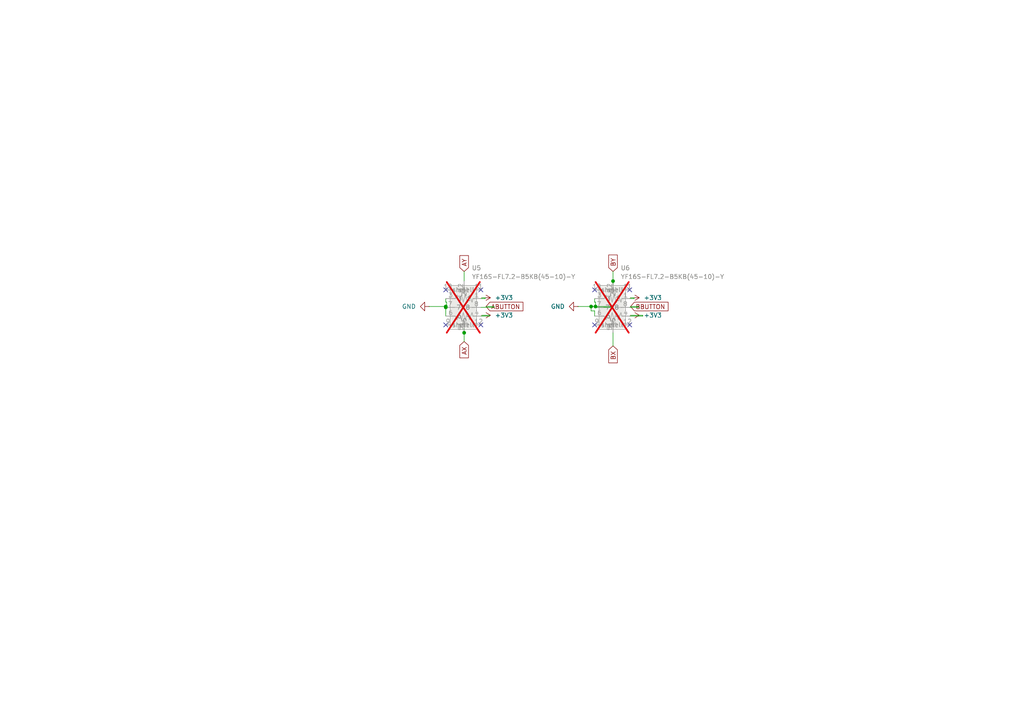
<source format=kicad_sch>
(kicad_sch (version 20231120) (generator "eeschema") (generator_version "8.0")
  (paper "A4")
  (lib_symbols
    (symbol "easyeda2kicad:YF16S-FL7.2-B5KB(45-10)-Y"
      (property "Reference" "U" (at 0 12.7 0))
      (property "Value" "YF16S-FL7.2-B5KB(45-10)-Y" (at 0 -12.45 0))
      (symbol "YF16S-FL7.2-B5KB(45-10)-Y_0_1"
        (rectangle (start -3.81 6.35) (end 3.81 -6.35) (fill (type background)))
        (polyline (pts (xy -2.29 -2.54) (xy -1.78 -3.56)))
        (polyline (pts (xy -2.29 2.54) (xy -1.78 3.56)))
        (polyline (pts (xy -1.78 -3.56) (xy -1.27 -1.52)))
        (polyline (pts (xy -1.78 3.56) (xy -1.27 1.52)))
        (polyline (pts (xy -1.27 -1.52) (xy -0.51 -3.56)))
        (polyline (pts (xy -1.27 1.52) (xy -0.51 3.56)))
        (polyline (pts (xy -0.51 -3.56) (xy 0 -1.52)))
        (polyline (pts (xy -0.51 3.56) (xy 0 1.52)))
        (polyline (pts (xy 0 -1.52) (xy 0.51 -3.56)))
        (polyline (pts (xy 0 1.52) (xy 0.51 3.56)))
        (polyline (pts (xy 0.25 -4.83) (xy 0.25 -3.81)))
        (polyline (pts (xy 0.25 5.08) (xy 0.25 4.06)))
        (polyline (pts (xy 0.51 -3.56) (xy 1.27 -1.52)))
        (polyline (pts (xy 0.51 3.56) (xy 1.27 1.52)))
        (polyline (pts (xy 1.27 -1.52) (xy 1.78 -3.56)))
        (polyline (pts (xy 1.27 1.52) (xy 1.78 3.56)))
        (polyline (pts (xy 1.78 -3.56) (xy 2.54 -1.52)))
        (polyline (pts (xy 1.78 3.56) (xy 2.54 1.52)))
        (polyline (pts (xy 2.54 -1.52) (xy 2.79 -2.54)))
        (polyline (pts (xy 2.54 1.52) (xy 2.79 2.54)))
        (polyline (pts (xy 2.79 0) (xy 0.76 0)))
        (polyline (pts (xy -2.54 0) (xy -0.76 0) (xy 0.25 0.76)))
        (polyline (pts (xy -0.25 -4.83) (xy 0.25 -3.81) (xy 0.76 -4.83) (xy -0.25 -4.83)) (fill (type background)))
        (polyline (pts (xy -0.25 5.08) (xy 0.25 4.06) (xy 0.76 5.08) (xy -0.25 5.08)) (fill (type background)))
        (pin unspecified line (at 5.08 2.54 180) (length 2.286) (name "1") (number "1"))
        (pin unspecified line (at -5.08 5.08 0) (length 1.27) (name "shell") (number "10"))
        (pin unspecified line (at 5.08 5.08 180) (length 1.27) (name "shell") (number "11"))
        (pin unspecified line (at 5.08 -5.08 180) (length 1.27) (name "shell") (number "12"))
        (pin unspecified line (at 0.25 7.62 270) (length 2.54) (name "2") (number "2"))
        (pin unspecified line (at -5.08 2.54 0) (length 2.794) (name "3") (number "3"))
        (pin unspecified line (at 5.08 -2.54 180) (length 2.286) (name "4") (number "4"))
        (pin unspecified line (at 0.25 -7.37 90) (length 2.54) (name "5") (number "5"))
        (pin unspecified line (at -5.08 -2.54 0) (length 2.794) (name "6") (number "6"))
        (pin unspecified line (at -5.08 0 0) (length 2.54) (name "7") (number "7"))
        (pin unspecified line (at 5.08 0 180) (length 2.54) (name "8") (number "8"))
        (pin unspecified line (at -5.08 -5.08 0) (length 1.27) (name "shell") (number "9"))
      )
    )
    (symbol "power:GND" (power) (pin_numbers hide) (pin_names (offset 0) hide)
      (property "Value" "GND" (at 0 -3.81 0))
      (symbol "GND_0_1"
        (polyline (pts (xy 0 0) (xy 0 -1.27) (xy 1.27 -1.27) (xy 0 -2.54) (xy -1.27 -1.27) (xy 0 -1.27)))
      )
      (symbol "GND_1_1"
        (pin power_in line (at 0 0 270) (length 0) (name "~") (number "1"))
      )
    )
    (symbol "power:VCC" (power) (pin_numbers hide) (pin_names (offset 0) hide)
      (property "Value" "VCC" (at 0 3.556 0))
      (symbol "VCC_0_1"
        (polyline (pts (xy -0.762 1.27) (xy 0 2.54)))
        (polyline (pts (xy 0 0) (xy 0 2.54)))
        (polyline (pts (xy 0 2.54) (xy 0.762 1.27)))
      )
      (symbol "VCC_1_1"
        (pin power_in line (at 0 0 90) (length 0) (name "~") (number "1"))
      )
    )
  )
  (junction (at 129.29 89.15))
  (junction (at 177.8 81.53))
  (junction (at 171.45 88.9))
  (junction (at 134.62 96.52))
  (junction (at 172.72 88.9))
  (junction (at 129.29 88.9))
  (no_connect (at 139.45 94.23))
  (no_connect (at 172.47 84.07))
  (no_connect (at 129.29 94.23))
  (no_connect (at 129.29 84.07))
  (no_connect (at 139.45 84.07))
  (no_connect (at 182.63 94.23))
  (no_connect (at 172.47 94.23))
  (no_connect (at 182.63 84.07))
  (wire (pts (xy 140.72 86.61) (xy 140.72 86.36)))
  (wire (pts (xy 134.62 78.74) (xy 134.62 81.53)))
  (wire (pts (xy 182.63 86.61) (xy 183.9 86.61)))
  (wire (pts (xy 172.72 87.63) (xy 172.72 88.9)))
  (wire (pts (xy 129.29 88.9) (xy 129.54 88.9)))
  (wire (pts (xy 172.72 88.9) (xy 171.45 88.9)))
  (wire (pts (xy 172.47 90.17) (xy 172.47 91.69)))
  (wire (pts (xy 177.55 89.15) (xy 177.55 88.9)))
  (wire (pts (xy 186.44 91.44) (xy 182.88 91.44)))
  (wire (pts (xy 129.54 87.63) (xy 129.54 88.9)))
  (wire (pts (xy 139.45 91.69) (xy 141.99 91.69)))
  (wire (pts (xy 143.26 88.9) (xy 140.97 88.9)))
  (wire (pts (xy 177.8 96.52) (xy 177.8 100.33)))
  (wire (pts (xy 171.45 90.17) (xy 171.45 88.9)))
  (wire (pts (xy 177.8 81.53) (xy 177.8 82.55)))
  (wire (pts (xy 172.47 90.17) (xy 171.45 90.17)))
  (wire (pts (xy 172.47 89.15) (xy 177.55 89.15)))
  (wire (pts (xy 129.29 86.61) (xy 129.29 87.63)))
  (wire (pts (xy 183.9 86.61) (xy 183.9 86.36)))
  (wire (pts (xy 129.29 87.63) (xy 129.54 87.63)))
  (wire (pts (xy 182.63 91.69) (xy 186.44 91.69)))
  (wire (pts (xy 143.26 89.15) (xy 143.26 88.9)))
  (wire (pts (xy 141.99 91.69) (xy 141.99 91.44)))
  (wire (pts (xy 124.46 88.9) (xy 129.29 88.9)))
  (wire (pts (xy 141.99 91.44) (xy 139.7 91.44)))
  (wire (pts (xy 129.29 89.15) (xy 129.29 91.69)))
  (wire (pts (xy 186.44 91.69) (xy 186.44 91.44)))
  (wire (pts (xy 134.62 96.52) (xy 134.62 99.06)))
  (wire (pts (xy 185.17 89.15) (xy 185.17 88.9)))
  (wire (pts (xy 177.55 88.9) (xy 172.72 88.9)))
  (wire (pts (xy 134.62 95.25) (xy 134.62 96.52)))
  (wire (pts (xy 167.64 88.9) (xy 171.45 88.9)))
  (wire (pts (xy 172.47 86.61) (xy 172.47 87.63)))
  (wire (pts (xy 177.8 78.74) (xy 177.8 81.53)))
  (wire (pts (xy 143.26 89.15) (xy 139.45 89.15)))
  (wire (pts (xy 140.72 86.36) (xy 139.7 86.36)))
  (wire (pts (xy 129.29 89.15) (xy 129.29 88.9)))
  (wire (pts (xy 172.47 87.63) (xy 172.72 87.63)))
  (wire (pts (xy 182.63 89.15) (xy 185.17 89.15)))
  (wire (pts (xy 185.17 88.9) (xy 182.88 88.9)))
  (wire (pts (xy 183.9 86.36) (xy 182.88 86.36)))
  (wire (pts (xy 139.45 86.61) (xy 140.72 86.61)))
  (global_label "BY" (shape input) (at 177.8 78.74 90) (property "Intersheetrefs" "${INTERSHEET_REFS}" (effects (hide yes))))
  (global_label "AY" (shape input) (at 134.62 78.74 90) (property "Intersheetrefs" "${INTERSHEET_REFS}" (effects (hide yes))))
  (global_label "ABUTTON" (shape input) (at 140.97 88.9 0) (property "Intersheetrefs" "${INTERSHEET_REFS}" (effects (hide yes))))
  (global_label "BBUTTON" (shape input) (at 182.88 88.9 0) (property "Intersheetrefs" "${INTERSHEET_REFS}" (effects (hide yes))))
  (global_label "BX" (shape input) (at 177.8 100.33 270) (property "Intersheetrefs" "${INTERSHEET_REFS}" (effects (hide yes))))
  (global_label "AX" (shape input) (at 134.62 99.06 270) (property "Intersheetrefs" "${INTERSHEET_REFS}" (effects (hide yes))))
  (symbol (lib_id "power:GND") (at 124.46 88.9 270) (unit 1)
    (property "Reference" "#PWR69" (effects (hide yes)))
    (property "Value" "GND" (at 120.65 88.8999 90) (effects (justify right)))
    (property "Description" "Power symbol creates a global label with name \"GND\" , ground" (effects (hide yes)))
  )
  (symbol (lib_id "power:VCC") (at 182.88 86.36 270) (unit 1)
    (property "Reference" "#PWR73" (effects (hide yes)))
    (property "Value" "+3V3" (at 186.69 86.3599 90) (effects (justify left)))
    (property "Description" "Power symbol creates a global label with name \"VCC\"" (effects (hide yes)))
  )
  (symbol (lib_id "easyeda2kicad:YF16S-FL7.2-B5KB(45-10)-Y") (at 177.55 89.15 0) (unit 1) (in_bom no) (dnp yes)
    (property "Reference" "U6" (at 179.9941 77.72 0) (effects (justify left)))
    (property "Value" "YF16S-FL7.2-B5KB(45-10)-Y" (at 179.9941 80.26 0) (effects (justify left)))
    (property "Footprint" "easyeda2kicad:JOYTICK-TH_YF16S-FL7.2-B5KB-45-10-Y_1" (effects (hide yes)))
    (property "LCSC Part" "C37323740" (effects (hide yes)))
  )
  (symbol (lib_id "easyeda2kicad:YF16S-FL7.2-B5KB(45-10)-Y") (at 134.37 89.15 0) (unit 1) (in_bom no) (dnp yes)
    (property "Reference" "U5" (at 136.8141 77.72 0) (effects (justify left)))
    (property "Value" "YF16S-FL7.2-B5KB(45-10)-Y" (at 136.8141 80.26 0) (effects (justify left)))
    (property "Footprint" "easyeda2kicad:JOYTICK-TH_YF16S-FL7.2-B5KB-45-10-Y_1" (effects (hide yes)))
    (property "LCSC Part" "C37323740" (effects (hide yes)))
  )
  (symbol (lib_id "power:VCC") (at 139.7 86.36 270) (unit 1)
    (property "Reference" "#PWR70" (effects (hide yes)))
    (property "Value" "+3V3" (at 143.51 86.3599 90) (effects (justify left)))
    (property "Description" "Power symbol creates a global label with name \"VCC\"" (effects (hide yes)))
  )
  (symbol (lib_id "power:VCC") (at 139.7 91.44 270) (unit 1)
    (property "Reference" "#PWR71" (effects (hide yes)))
    (property "Value" "+3V3" (at 143.51 91.4399 90) (effects (justify left)))
    (property "Description" "Power symbol creates a global label with name \"VCC\"" (effects (hide yes)))
  )
  (symbol (lib_id "power:GND") (at 167.64 88.9 270) (unit 1)
    (property "Reference" "#PWR72" (effects (hide yes)))
    (property "Value" "GND" (at 163.83 88.8999 90) (effects (justify right)))
    (property "Description" "Power symbol creates a global label with name \"GND\" , ground" (effects (hide yes)))
  )
  (symbol (lib_id "power:VCC") (at 182.88 91.44 270) (unit 1)
    (property "Reference" "#PWR74" (effects (hide yes)))
    (property "Value" "+3V3" (at 186.69 91.4399 90) (effects (justify left)))
    (property "Description" "Power symbol creates a global label with name \"VCC\"" (effects (hide yes)))
  )
)
</source>
